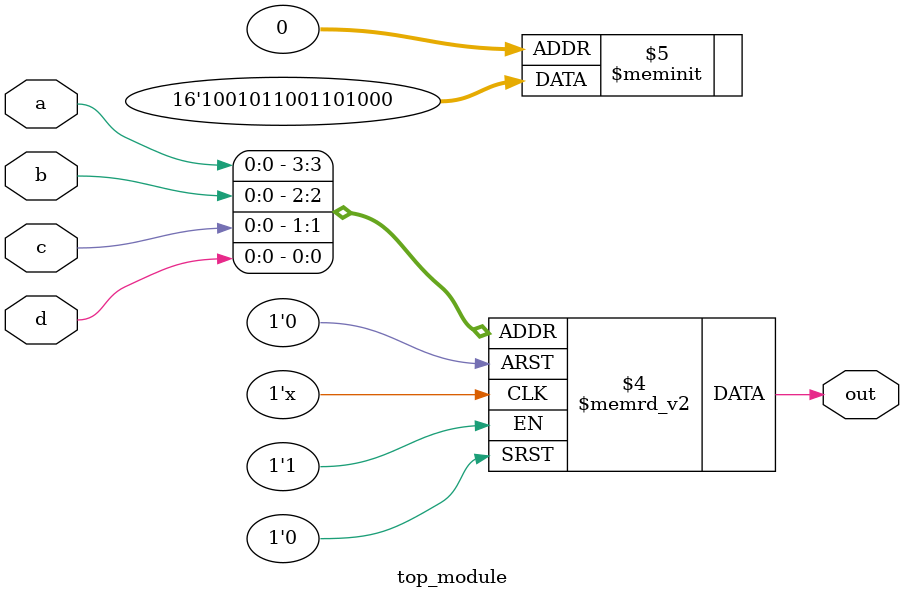
<source format=sv>
module top_module (
    input a, 
    input b,
    input c,
    input d,
    output reg out
);

always @(*) begin
    case ({a, b, c, d})
        4'b0000: out = 0;
        4'b0001: out = 0;
        4'b0010: out = 0;
        4'b0011: out = 1;
        4'b0100: out = 0;
        4'b0101: out = 1;
        4'b0110: out = 1;
        4'b0111: out = 0;
        4'b1000: out = 0;
        4'b1001: out = 1;
        4'b1010: out = 1;
        4'b1011: out = 0;
        4'b1100: out = 1;
        4'b1101: out = 0;
        4'b1110: out = 0;
        4'b1111: out = 1;
    endcase
end

endmodule

</source>
